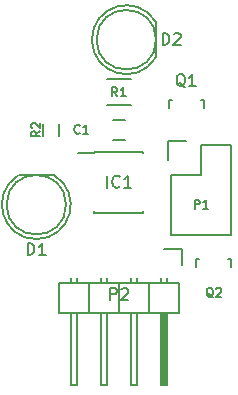
<source format=gbr>
G04 #@! TF.FileFunction,Legend,Top*
%FSLAX46Y46*%
G04 Gerber Fmt 4.6, Leading zero omitted, Abs format (unit mm)*
G04 Created by KiCad (PCBNEW 4.0.2-stable) date 5/25/2016 08:06:47*
%MOMM*%
G01*
G04 APERTURE LIST*
%ADD10C,0.100000*%
%ADD11C,0.150000*%
G04 APERTURE END LIST*
D10*
D11*
X147785000Y-106645000D02*
X147785000Y-106790000D01*
X151935000Y-106645000D02*
X151935000Y-106790000D01*
X151935000Y-111795000D02*
X151935000Y-111650000D01*
X147785000Y-111795000D02*
X147785000Y-111650000D01*
X147785000Y-106645000D02*
X151935000Y-106645000D01*
X147785000Y-111795000D02*
X151935000Y-111795000D01*
X147785000Y-106790000D02*
X146385000Y-106790000D01*
X148860000Y-100525000D02*
X150860000Y-100525000D01*
X150860000Y-102675000D02*
X148860000Y-102675000D01*
X144820000Y-104275000D02*
X144820000Y-105275000D01*
X143470000Y-105275000D02*
X143470000Y-104275000D01*
X154305000Y-108585000D02*
X154305000Y-113665000D01*
X154025000Y-105765000D02*
X155575000Y-105765000D01*
X156845000Y-106045000D02*
X156845000Y-108585000D01*
X156845000Y-108585000D02*
X154305000Y-108585000D01*
X154305000Y-113665000D02*
X159385000Y-113665000D01*
X159385000Y-113665000D02*
X159385000Y-108585000D01*
X154025000Y-105765000D02*
X154025000Y-107315000D01*
X159385000Y-106045000D02*
X156845000Y-106045000D01*
X159385000Y-108585000D02*
X159385000Y-106045000D01*
X155220000Y-114905000D02*
X153670000Y-114905000D01*
X155220000Y-116205000D02*
X155220000Y-114905000D01*
X153797000Y-120396000D02*
X153797000Y-126238000D01*
X153797000Y-126238000D02*
X153543000Y-126238000D01*
X153543000Y-126238000D02*
X153543000Y-120396000D01*
X153543000Y-120396000D02*
X153670000Y-120396000D01*
X153670000Y-120396000D02*
X153670000Y-126238000D01*
X153924000Y-117729000D02*
X153924000Y-117348000D01*
X153416000Y-117729000D02*
X153416000Y-117348000D01*
X151384000Y-117729000D02*
X151384000Y-117348000D01*
X150876000Y-117729000D02*
X150876000Y-117348000D01*
X148844000Y-117729000D02*
X148844000Y-117348000D01*
X148336000Y-117729000D02*
X148336000Y-117348000D01*
X145796000Y-117729000D02*
X145796000Y-117348000D01*
X146304000Y-117729000D02*
X146304000Y-117348000D01*
X154940000Y-117729000D02*
X154940000Y-120269000D01*
X152400000Y-117729000D02*
X152400000Y-120269000D01*
X152400000Y-117729000D02*
X149860000Y-117729000D01*
X149860000Y-117729000D02*
X149860000Y-120269000D01*
X151384000Y-120269000D02*
X151384000Y-126365000D01*
X151384000Y-126365000D02*
X150876000Y-126365000D01*
X150876000Y-126365000D02*
X150876000Y-120269000D01*
X149860000Y-120269000D02*
X152400000Y-120269000D01*
X152400000Y-120269000D02*
X154940000Y-120269000D01*
X153416000Y-126365000D02*
X153416000Y-120269000D01*
X153924000Y-126365000D02*
X153416000Y-126365000D01*
X153924000Y-120269000D02*
X153924000Y-126365000D01*
X152400000Y-117729000D02*
X152400000Y-120269000D01*
X154940000Y-117729000D02*
X152400000Y-117729000D01*
X147320000Y-117729000D02*
X147320000Y-120269000D01*
X147320000Y-117729000D02*
X144780000Y-117729000D01*
X144780000Y-117729000D02*
X144780000Y-120269000D01*
X146304000Y-120269000D02*
X146304000Y-126365000D01*
X146304000Y-126365000D02*
X145796000Y-126365000D01*
X145796000Y-126365000D02*
X145796000Y-120269000D01*
X144780000Y-120269000D02*
X147320000Y-120269000D01*
X147320000Y-120269000D02*
X149860000Y-120269000D01*
X148336000Y-126365000D02*
X148336000Y-120269000D01*
X148844000Y-126365000D02*
X148336000Y-126365000D01*
X148844000Y-120269000D02*
X148844000Y-126365000D01*
X147320000Y-117729000D02*
X147320000Y-120269000D01*
X149860000Y-117729000D02*
X147320000Y-117729000D01*
X149860000Y-117729000D02*
X149860000Y-120269000D01*
X141350096Y-108640112D02*
G75*
G03X144375000Y-108625000I1524904J-2484888D01*
G01*
X141375000Y-108625000D02*
X144375000Y-108625000D01*
X145392936Y-111125000D02*
G75*
G03X145392936Y-111125000I-2517936J0D01*
G01*
X152979888Y-95630096D02*
G75*
G03X152995000Y-98655000I-2484888J-1524904D01*
G01*
X152995000Y-95655000D02*
X152995000Y-98655000D01*
X153012936Y-97155000D02*
G75*
G03X153012936Y-97155000I-2517936J0D01*
G01*
X156874160Y-102219760D02*
X156825900Y-102219760D01*
X154075180Y-102920800D02*
X154075180Y-102219760D01*
X154075180Y-102219760D02*
X154324100Y-102219760D01*
X156874160Y-102219760D02*
X157074820Y-102219760D01*
X157074820Y-102219760D02*
X157074820Y-102920800D01*
X150360000Y-103925000D02*
X149360000Y-103925000D01*
X149360000Y-105625000D02*
X150360000Y-105625000D01*
X159185560Y-115681760D02*
X159137300Y-115681760D01*
X156386580Y-116382800D02*
X156386580Y-115681760D01*
X156386580Y-115681760D02*
X156635500Y-115681760D01*
X159185560Y-115681760D02*
X159386220Y-115681760D01*
X159386220Y-115681760D02*
X159386220Y-116382800D01*
X148883810Y-109672381D02*
X148883810Y-108672381D01*
X149931429Y-109577143D02*
X149883810Y-109624762D01*
X149740953Y-109672381D01*
X149645715Y-109672381D01*
X149502857Y-109624762D01*
X149407619Y-109529524D01*
X149360000Y-109434286D01*
X149312381Y-109243810D01*
X149312381Y-109100952D01*
X149360000Y-108910476D01*
X149407619Y-108815238D01*
X149502857Y-108720000D01*
X149645715Y-108672381D01*
X149740953Y-108672381D01*
X149883810Y-108720000D01*
X149931429Y-108767619D01*
X150883810Y-109672381D02*
X150312381Y-109672381D01*
X150598095Y-109672381D02*
X150598095Y-108672381D01*
X150502857Y-108815238D01*
X150407619Y-108910476D01*
X150312381Y-108958095D01*
X149735000Y-101939286D02*
X149485000Y-101582143D01*
X149306428Y-101939286D02*
X149306428Y-101189286D01*
X149592143Y-101189286D01*
X149663571Y-101225000D01*
X149699286Y-101260714D01*
X149735000Y-101332143D01*
X149735000Y-101439286D01*
X149699286Y-101510714D01*
X149663571Y-101546429D01*
X149592143Y-101582143D01*
X149306428Y-101582143D01*
X150449286Y-101939286D02*
X150020714Y-101939286D01*
X150235000Y-101939286D02*
X150235000Y-101189286D01*
X150163571Y-101296429D01*
X150092143Y-101367857D01*
X150020714Y-101403571D01*
X143214286Y-104900000D02*
X142857143Y-105150000D01*
X143214286Y-105328572D02*
X142464286Y-105328572D01*
X142464286Y-105042857D01*
X142500000Y-104971429D01*
X142535714Y-104935714D01*
X142607143Y-104900000D01*
X142714286Y-104900000D01*
X142785714Y-104935714D01*
X142821429Y-104971429D01*
X142857143Y-105042857D01*
X142857143Y-105328572D01*
X142535714Y-104614286D02*
X142500000Y-104578572D01*
X142464286Y-104507143D01*
X142464286Y-104328572D01*
X142500000Y-104257143D01*
X142535714Y-104221429D01*
X142607143Y-104185714D01*
X142678571Y-104185714D01*
X142785714Y-104221429D01*
X143214286Y-104650000D01*
X143214286Y-104185714D01*
X156291428Y-111464286D02*
X156291428Y-110714286D01*
X156577143Y-110714286D01*
X156648571Y-110750000D01*
X156684286Y-110785714D01*
X156720000Y-110857143D01*
X156720000Y-110964286D01*
X156684286Y-111035714D01*
X156648571Y-111071429D01*
X156577143Y-111107143D01*
X156291428Y-111107143D01*
X157434286Y-111464286D02*
X157005714Y-111464286D01*
X157220000Y-111464286D02*
X157220000Y-110714286D01*
X157148571Y-110821429D01*
X157077143Y-110892857D01*
X157005714Y-110928571D01*
X149121905Y-119197381D02*
X149121905Y-118197381D01*
X149502858Y-118197381D01*
X149598096Y-118245000D01*
X149645715Y-118292619D01*
X149693334Y-118387857D01*
X149693334Y-118530714D01*
X149645715Y-118625952D01*
X149598096Y-118673571D01*
X149502858Y-118721190D01*
X149121905Y-118721190D01*
X150074286Y-118292619D02*
X150121905Y-118245000D01*
X150217143Y-118197381D01*
X150455239Y-118197381D01*
X150550477Y-118245000D01*
X150598096Y-118292619D01*
X150645715Y-118387857D01*
X150645715Y-118483095D01*
X150598096Y-118625952D01*
X150026667Y-119197381D01*
X150645715Y-119197381D01*
X142136905Y-115387381D02*
X142136905Y-114387381D01*
X142375000Y-114387381D01*
X142517858Y-114435000D01*
X142613096Y-114530238D01*
X142660715Y-114625476D01*
X142708334Y-114815952D01*
X142708334Y-114958810D01*
X142660715Y-115149286D01*
X142613096Y-115244524D01*
X142517858Y-115339762D01*
X142375000Y-115387381D01*
X142136905Y-115387381D01*
X143660715Y-115387381D02*
X143089286Y-115387381D01*
X143375000Y-115387381D02*
X143375000Y-114387381D01*
X143279762Y-114530238D01*
X143184524Y-114625476D01*
X143089286Y-114673095D01*
X153566905Y-97607381D02*
X153566905Y-96607381D01*
X153805000Y-96607381D01*
X153947858Y-96655000D01*
X154043096Y-96750238D01*
X154090715Y-96845476D01*
X154138334Y-97035952D01*
X154138334Y-97178810D01*
X154090715Y-97369286D01*
X154043096Y-97464524D01*
X153947858Y-97559762D01*
X153805000Y-97607381D01*
X153566905Y-97607381D01*
X154519286Y-96702619D02*
X154566905Y-96655000D01*
X154662143Y-96607381D01*
X154900239Y-96607381D01*
X154995477Y-96655000D01*
X155043096Y-96702619D01*
X155090715Y-96797857D01*
X155090715Y-96893095D01*
X155043096Y-97035952D01*
X154471667Y-97607381D01*
X155090715Y-97607381D01*
X155479762Y-101167619D02*
X155384524Y-101120000D01*
X155289286Y-101024762D01*
X155146429Y-100881905D01*
X155051190Y-100834286D01*
X154955952Y-100834286D01*
X155003571Y-101072381D02*
X154908333Y-101024762D01*
X154813095Y-100929524D01*
X154765476Y-100739048D01*
X154765476Y-100405714D01*
X154813095Y-100215238D01*
X154908333Y-100120000D01*
X155003571Y-100072381D01*
X155194048Y-100072381D01*
X155289286Y-100120000D01*
X155384524Y-100215238D01*
X155432143Y-100405714D01*
X155432143Y-100739048D01*
X155384524Y-100929524D01*
X155289286Y-101024762D01*
X155194048Y-101072381D01*
X155003571Y-101072381D01*
X156384524Y-101072381D02*
X155813095Y-101072381D01*
X156098809Y-101072381D02*
X156098809Y-100072381D01*
X156003571Y-100215238D01*
X155908333Y-100310476D01*
X155813095Y-100358095D01*
X146560000Y-105042857D02*
X146524286Y-105078571D01*
X146417143Y-105114286D01*
X146345714Y-105114286D01*
X146238571Y-105078571D01*
X146167143Y-105007143D01*
X146131428Y-104935714D01*
X146095714Y-104792857D01*
X146095714Y-104685714D01*
X146131428Y-104542857D01*
X146167143Y-104471429D01*
X146238571Y-104400000D01*
X146345714Y-104364286D01*
X146417143Y-104364286D01*
X146524286Y-104400000D01*
X146560000Y-104435714D01*
X147274286Y-105114286D02*
X146845714Y-105114286D01*
X147060000Y-105114286D02*
X147060000Y-104364286D01*
X146988571Y-104471429D01*
X146917143Y-104542857D01*
X146845714Y-104578571D01*
X157840371Y-118977914D02*
X157768943Y-118942200D01*
X157697514Y-118870771D01*
X157590371Y-118763629D01*
X157518943Y-118727914D01*
X157447514Y-118727914D01*
X157483229Y-118906486D02*
X157411800Y-118870771D01*
X157340371Y-118799343D01*
X157304657Y-118656486D01*
X157304657Y-118406486D01*
X157340371Y-118263629D01*
X157411800Y-118192200D01*
X157483229Y-118156486D01*
X157626086Y-118156486D01*
X157697514Y-118192200D01*
X157768943Y-118263629D01*
X157804657Y-118406486D01*
X157804657Y-118656486D01*
X157768943Y-118799343D01*
X157697514Y-118870771D01*
X157626086Y-118906486D01*
X157483229Y-118906486D01*
X158090371Y-118227914D02*
X158126085Y-118192200D01*
X158197514Y-118156486D01*
X158376085Y-118156486D01*
X158447514Y-118192200D01*
X158483228Y-118227914D01*
X158518943Y-118299343D01*
X158518943Y-118370771D01*
X158483228Y-118477914D01*
X158054657Y-118906486D01*
X158518943Y-118906486D01*
M02*

</source>
